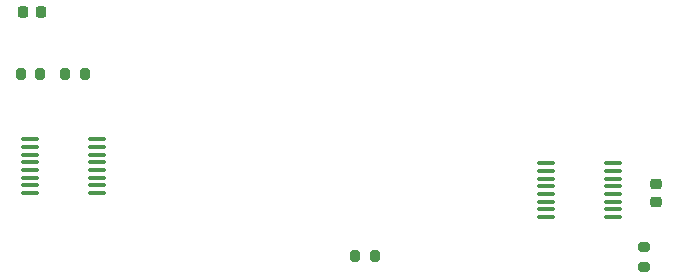
<source format=gtp>
%TF.GenerationSoftware,KiCad,Pcbnew,7.0.8*%
%TF.CreationDate,2024-03-08T20:35:52-08:00*%
%TF.ProjectId,solar_charger,736f6c61-725f-4636-9861-726765722e6b,rev?*%
%TF.SameCoordinates,Original*%
%TF.FileFunction,Paste,Top*%
%TF.FilePolarity,Positive*%
%FSLAX46Y46*%
G04 Gerber Fmt 4.6, Leading zero omitted, Abs format (unit mm)*
G04 Created by KiCad (PCBNEW 7.0.8) date 2024-03-08 20:35:52*
%MOMM*%
%LPD*%
G01*
G04 APERTURE LIST*
G04 Aperture macros list*
%AMRoundRect*
0 Rectangle with rounded corners*
0 $1 Rounding radius*
0 $2 $3 $4 $5 $6 $7 $8 $9 X,Y pos of 4 corners*
0 Add a 4 corners polygon primitive as box body*
4,1,4,$2,$3,$4,$5,$6,$7,$8,$9,$2,$3,0*
0 Add four circle primitives for the rounded corners*
1,1,$1+$1,$2,$3*
1,1,$1+$1,$4,$5*
1,1,$1+$1,$6,$7*
1,1,$1+$1,$8,$9*
0 Add four rect primitives between the rounded corners*
20,1,$1+$1,$2,$3,$4,$5,0*
20,1,$1+$1,$4,$5,$6,$7,0*
20,1,$1+$1,$6,$7,$8,$9,0*
20,1,$1+$1,$8,$9,$2,$3,0*%
G04 Aperture macros list end*
%ADD10RoundRect,0.225000X0.225000X0.250000X-0.225000X0.250000X-0.225000X-0.250000X0.225000X-0.250000X0*%
%ADD11RoundRect,0.225000X-0.250000X0.225000X-0.250000X-0.225000X0.250000X-0.225000X0.250000X0.225000X0*%
%ADD12RoundRect,0.200000X0.200000X0.275000X-0.200000X0.275000X-0.200000X-0.275000X0.200000X-0.275000X0*%
%ADD13RoundRect,0.200000X-0.275000X0.200000X-0.275000X-0.200000X0.275000X-0.200000X0.275000X0.200000X0*%
%ADD14RoundRect,0.100000X-0.637500X-0.100000X0.637500X-0.100000X0.637500X0.100000X-0.637500X0.100000X0*%
%ADD15RoundRect,0.100000X0.637500X0.100000X-0.637500X0.100000X-0.637500X-0.100000X0.637500X-0.100000X0*%
G04 APERTURE END LIST*
D10*
X113157000Y-38989000D03*
X111607000Y-38989000D03*
D11*
X165230000Y-53581000D03*
X165230000Y-55131000D03*
D12*
X141414000Y-59690000D03*
X139764000Y-59690000D03*
D13*
X164211000Y-58928000D03*
X164211000Y-60578000D03*
D14*
X155887500Y-51827000D03*
X155887500Y-52477000D03*
X155887500Y-53127000D03*
X155887500Y-53777000D03*
X155887500Y-54427000D03*
X155887500Y-55077000D03*
X155887500Y-55727000D03*
X155887500Y-56377000D03*
X161612500Y-56377000D03*
X161612500Y-55727000D03*
X161612500Y-55077000D03*
X161612500Y-54427000D03*
X161612500Y-53777000D03*
X161612500Y-53127000D03*
X161612500Y-52477000D03*
X161612500Y-51827000D03*
D15*
X117924500Y-54345000D03*
X117924500Y-53695000D03*
X117924500Y-53045000D03*
X117924500Y-52395000D03*
X117924500Y-51745000D03*
X117924500Y-51095000D03*
X117924500Y-50445000D03*
X117924500Y-49795000D03*
X112199500Y-49795000D03*
X112199500Y-50445000D03*
X112199500Y-51095000D03*
X112199500Y-51745000D03*
X112199500Y-52395000D03*
X112199500Y-53045000D03*
X112199500Y-53695000D03*
X112199500Y-54345000D03*
D12*
X116852500Y-44246500D03*
X115202500Y-44246500D03*
X113105500Y-44246500D03*
X111455500Y-44246500D03*
M02*

</source>
